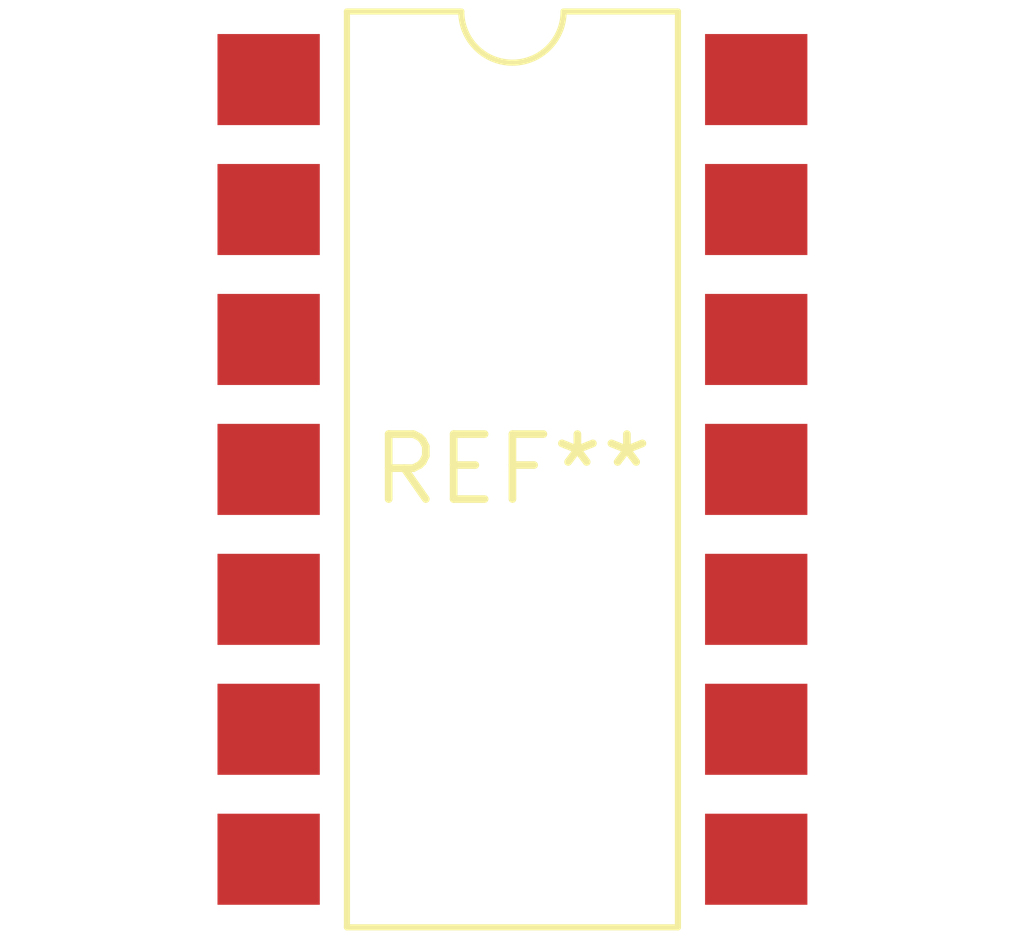
<source format=kicad_pcb>
(kicad_pcb (version 20240108) (generator pcbnew)
  (layers (0 "F.Cu" signal) (31 "B.Cu" signal) (34 "B.Paste" user) (35 "F.Paste" user) (36 "B.SilkS" user "B.Silkscreen") (37 "F.SilkS" user "F.Silkscreen") (38 "B.Mask" user) (39 "F.Mask" user) (44 "Edge.Cuts" user))
  (net 0 "")
  (footprint "SMDIP-14_W9.53mm" (layer "F.Cu") (at 0 0)
    (property "Reference" "REF**")
    (property "Value" "SMDIP-14_W9.53mm")
    (fp_line (start -3.235 -8.95) (end -3.235 8.95) (layer "F.SilkS") (stroke (width 0.12)))
    (fp_line (start -3.235 8.95) (end 3.235 8.95) (layer "F.SilkS") (stroke (width 0.12)))
    (fp_line (start -1 -8.95) (end -3.235 -8.95) (layer "F.SilkS") (stroke (width 0.12)))
    (fp_line (start 3.235 -8.95) (end 1 -8.95) (layer "F.SilkS") (stroke (width 0.12)))
    (fp_line (start 3.235 8.95) (end 3.235 -8.95) (layer "F.SilkS") (stroke (width 0.12)))
    (fp_arc (start 1 -8.95) (mid 0 -7.95) (end -1 -8.95) (layer "F.SilkS") (stroke (width 0.12)))
    (pad "1" smd rect (at -4.765 -7.62) (size 2 1.78) (layers "F.Cu" "F.Paste" "F.Mask"))
    (pad "2" smd rect (at -4.765 -5.08) (size 2 1.78) (layers "F.Cu" "F.Paste" "F.Mask"))
    (pad "3" smd rect (at -4.765 -2.54) (size 2 1.78) (layers "F.Cu" "F.Paste" "F.Mask"))
    (pad "4" smd rect (at -4.765 0) (size 2 1.78) (layers "F.Cu" "F.Paste" "F.Mask"))
    (pad "5" smd rect (at -4.765 2.54) (size 2 1.78) (layers "F.Cu" "F.Paste" "F.Mask"))
    (pad "6" smd rect (at -4.765 5.08) (size 2 1.78) (layers "F.Cu" "F.Paste" "F.Mask"))
    (pad "7" smd rect (at -4.765 7.62) (size 2 1.78) (layers "F.Cu" "F.Paste" "F.Mask"))
    (pad "8" smd rect (at 4.765 7.62) (size 2 1.78) (layers "F.Cu" "F.Paste" "F.Mask"))
    (pad "9" smd rect (at 4.765 5.08) (size 2 1.78) (layers "F.Cu" "F.Paste" "F.Mask"))
    (pad "10" smd rect (at 4.765 2.54) (size 2 1.78) (layers "F.Cu" "F.Paste" "F.Mask"))
    (pad "11" smd rect (at 4.765 0) (size 2 1.78) (layers "F.Cu" "F.Paste" "F.Mask"))
    (pad "12" smd rect (at 4.765 -2.54) (size 2 1.78) (layers "F.Cu" "F.Paste" "F.Mask"))
    (pad "13" smd rect (at 4.765 -5.08) (size 2 1.78) (layers "F.Cu" "F.Paste" "F.Mask"))
    (pad "14" smd rect (at 4.765 -7.62) (size 2 1.78) (layers "F.Cu" "F.Paste" "F.Mask"))
  )
)
</source>
